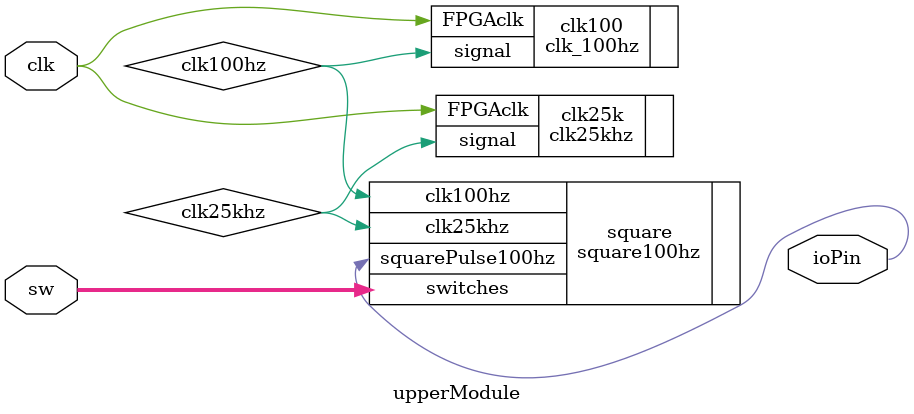
<source format=v>
`timescale 1ns / 1ps
module upperModule(
    input wire clk,
    input wire [7:0] sw,
    output wire ioPin
    );
    
    wire clk25khz;
    wire clk100hz;
    
    clk25khz clk25k (.FPGAclk(clk), .signal(clk25khz));
    clk_100hz clk100 (.FPGAclk(clk), .signal(clk100hz));
    square100hz square (.switches(sw), .clk100hz(clk100hz), .clk25khz(clk25khz), .squarePulse100hz(ioPin));
    
endmodule

</source>
